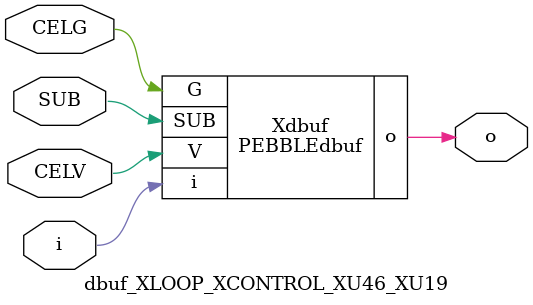
<source format=v>



module PEBBLEdbuf ( o, G, SUB, V, i );

  input V;
  input i;
  input G;
  output o;
  input SUB;
endmodule

//Celera Confidential Do Not Copy dbuf_XLOOP_XCONTROL_XU46_XU19
//Celera Confidential Symbol Generator
//Digital Buffer
module dbuf_XLOOP_XCONTROL_XU46_XU19 (CELV,CELG,i,o,SUB);
input CELV;
input CELG;
input i;
input SUB;
output o;

//Celera Confidential Do Not Copy dbuf
PEBBLEdbuf Xdbuf(
.V (CELV),
.i (i),
.o (o),
.SUB (SUB),
.G (CELG)
);
//,diesize,PEBBLEdbuf

//Celera Confidential Do Not Copy Module End
//Celera Schematic Generator
endmodule

</source>
